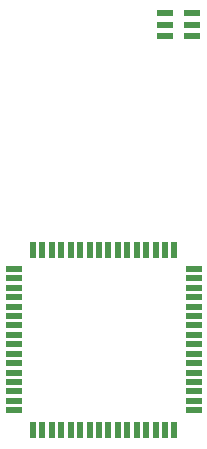
<source format=gbr>
G04 EAGLE Gerber X2 export*
%TF.Part,Single*%
%TF.FileFunction,Paste,Top*%
%TF.FilePolarity,Positive*%
%TF.GenerationSoftware,Autodesk,EAGLE,8.6.0*%
%TF.CreationDate,2018-03-08T02:42:11Z*%
G75*
%MOMM*%
%FSLAX34Y34*%
%LPD*%
%AMOC8*
5,1,8,0,0,1.08239X$1,22.5*%
G01*
%ADD10R,1.473200X0.508000*%
%ADD11R,0.508000X1.473200*%
%ADD12R,1.473200X0.558800*%


D10*
X25400Y212344D03*
X25400Y204470D03*
X25400Y196342D03*
X25400Y188468D03*
X25400Y180340D03*
X25400Y172466D03*
X25400Y164338D03*
X25400Y156464D03*
X25400Y148336D03*
X25400Y140462D03*
X25400Y132334D03*
X25400Y124460D03*
X25400Y116332D03*
X25400Y108458D03*
X25400Y100330D03*
X25400Y92456D03*
D11*
X41656Y76200D03*
X49530Y76200D03*
X57658Y76200D03*
X65532Y76200D03*
X73660Y76200D03*
X81534Y76200D03*
X89662Y76200D03*
X97536Y76200D03*
X105664Y76200D03*
X113538Y76200D03*
X121666Y76200D03*
X129540Y76200D03*
X137668Y76200D03*
X145542Y76200D03*
X153670Y76200D03*
X161544Y76200D03*
D10*
X177800Y92456D03*
X177800Y100330D03*
X177800Y108458D03*
X177800Y116332D03*
X177800Y124460D03*
X177800Y132334D03*
X177800Y140462D03*
X177800Y148336D03*
X177800Y156464D03*
X177800Y164338D03*
X177800Y172466D03*
X177800Y180340D03*
X177800Y188468D03*
X177800Y196342D03*
X177800Y204470D03*
X177800Y212344D03*
D11*
X161544Y228600D03*
X153670Y228600D03*
X145542Y228600D03*
X137668Y228600D03*
X129540Y228600D03*
X121666Y228600D03*
X113538Y228600D03*
X105664Y228600D03*
X97536Y228600D03*
X89662Y228600D03*
X81534Y228600D03*
X73660Y228600D03*
X65532Y228600D03*
X57658Y228600D03*
X49530Y228600D03*
X41656Y228600D03*
D12*
X153924Y428600D03*
X153924Y419100D03*
X153924Y409600D03*
X176276Y409600D03*
X176276Y419100D03*
X176276Y428600D03*
M02*

</source>
